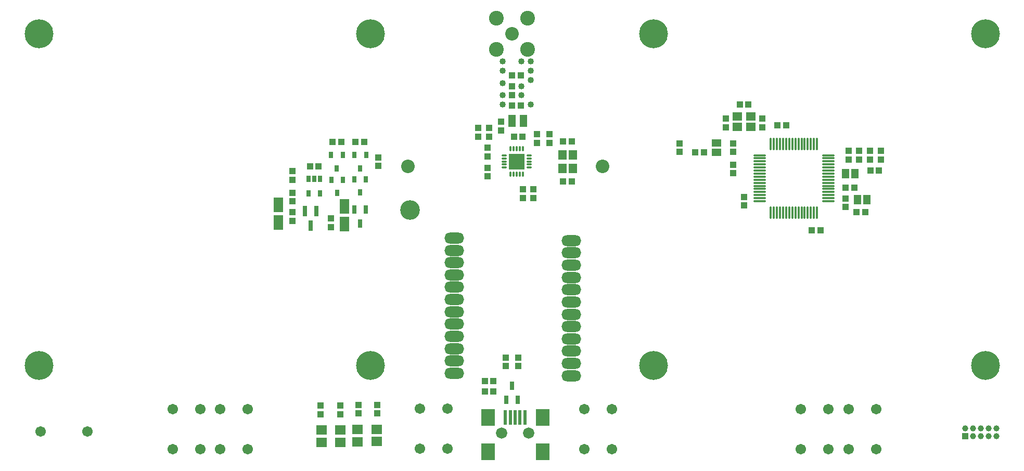
<source format=gts>
G04 Layer_Color=8388736*
%FSLAX24Y24*%
%MOIN*%
G70*
G01*
G75*
%ADD22O,0.0827X0.0118*%
%ADD23O,0.0118X0.0827*%
%ADD27R,0.0200X0.0940*%
%ADD35R,0.0394X0.0394*%
%ADD36C,0.0394*%
%ADD51R,0.0395X0.0434*%
%ADD52R,0.0631X0.0513*%
%ADD53R,0.0434X0.0395*%
%ADD54R,0.0316X0.0533*%
%ADD55R,0.0552X0.0631*%
%ADD56R,0.0514X0.0258*%
%ADD57R,0.0513X0.0631*%
%ADD58R,0.0316X0.0415*%
%ADD59R,0.0316X0.0651*%
%ADD60R,0.0671X0.0631*%
%ADD61R,0.0612X0.0926*%
%ADD62R,0.0296X0.0394*%
%ADD63R,0.0985X0.0985*%
%ADD64O,0.0394X0.0119*%
%ADD65O,0.0119X0.0394*%
%ADD66R,0.0870X0.1060*%
%ADD67R,0.0631X0.0552*%
%ADD68C,0.0671*%
%ADD69O,0.1261X0.0710*%
%ADD70C,0.0867*%
%ADD71C,0.0946*%
%ADD72C,0.0720*%
%ADD73C,0.1261*%
%ADD74C,0.1852*%
%ADD75C,0.0400*%
D22*
X11205Y-10726D02*
D03*
Y-10530D02*
D03*
Y-10333D02*
D03*
Y-10136D02*
D03*
Y-9545D02*
D03*
Y-9348D02*
D03*
Y-9152D02*
D03*
Y-8955D02*
D03*
Y-8758D02*
D03*
Y-8561D02*
D03*
Y-8364D02*
D03*
Y-8167D02*
D03*
Y-7970D02*
D03*
Y-7774D02*
D03*
X6795D02*
D03*
Y-7970D02*
D03*
Y-8167D02*
D03*
Y-8364D02*
D03*
Y-8561D02*
D03*
Y-8758D02*
D03*
Y-8955D02*
D03*
Y-9152D02*
D03*
Y-9348D02*
D03*
Y-9545D02*
D03*
Y-9742D02*
D03*
Y-9939D02*
D03*
Y-10136D02*
D03*
Y-10333D02*
D03*
Y-10530D02*
D03*
Y-10726D02*
D03*
X11205Y-9939D02*
D03*
Y-9742D02*
D03*
D23*
X10476Y-7045D02*
D03*
X10280D02*
D03*
X10083D02*
D03*
X9886D02*
D03*
X9689D02*
D03*
X9492D02*
D03*
X9295D02*
D03*
X9098D02*
D03*
X8902D02*
D03*
X8705D02*
D03*
X8508D02*
D03*
X8311D02*
D03*
X8114D02*
D03*
X7917D02*
D03*
X7720D02*
D03*
X7524D02*
D03*
Y-11455D02*
D03*
X7720D02*
D03*
X7917D02*
D03*
X8114D02*
D03*
X8311D02*
D03*
X8508D02*
D03*
X8705D02*
D03*
X8902D02*
D03*
X9098D02*
D03*
X9295D02*
D03*
X9492D02*
D03*
X9689D02*
D03*
X9886D02*
D03*
X10083D02*
D03*
X10280D02*
D03*
X10476D02*
D03*
D27*
X-9478Y-24584D02*
D03*
X-9168D02*
D03*
X-8858D02*
D03*
X-8548D02*
D03*
X-8238D02*
D03*
D35*
X19980Y-25787D02*
D03*
D36*
Y-25287D02*
D03*
X20480Y-25787D02*
D03*
Y-25287D02*
D03*
X20980Y-25787D02*
D03*
Y-25287D02*
D03*
X21480Y-25787D02*
D03*
Y-25287D02*
D03*
X21980Y-25787D02*
D03*
Y-25287D02*
D03*
D51*
X2677Y-7579D02*
D03*
X3228D02*
D03*
X13012Y-11417D02*
D03*
X13563D02*
D03*
X-9055Y-2657D02*
D03*
X-8504D02*
D03*
X-8380Y-6601D02*
D03*
X-8931D02*
D03*
X10709Y-12598D02*
D03*
X10157D02*
D03*
X-5781Y-6896D02*
D03*
X-5230D02*
D03*
X-5230Y-9456D02*
D03*
X-5781D02*
D03*
X-9055Y-4606D02*
D03*
X-8504D02*
D03*
X-22008Y-8484D02*
D03*
X-21457D02*
D03*
X-10807Y-22244D02*
D03*
X-10256D02*
D03*
X12323Y-9843D02*
D03*
X12874D02*
D03*
X7953Y-5866D02*
D03*
X8504D02*
D03*
X14449Y-8760D02*
D03*
X13898D02*
D03*
X-19075Y-6909D02*
D03*
X-18524D02*
D03*
X-20551D02*
D03*
X-20000D02*
D03*
X6083Y-4528D02*
D03*
X5531D02*
D03*
X-10807Y-22933D02*
D03*
X-10256D02*
D03*
D52*
X4035Y-6988D02*
D03*
Y-7579D02*
D03*
D53*
X1673Y-7008D02*
D03*
Y-7559D02*
D03*
X-10630Y-7303D02*
D03*
Y-7854D02*
D03*
X-9055Y-3917D02*
D03*
Y-3366D02*
D03*
X-10630Y-9134D02*
D03*
Y-8583D02*
D03*
X-7677Y-10512D02*
D03*
Y-9961D02*
D03*
X-8366Y-10512D02*
D03*
Y-9961D02*
D03*
X-6666Y-6429D02*
D03*
Y-6980D02*
D03*
X-7474Y-6424D02*
D03*
Y-6975D02*
D03*
X-10531Y-6024D02*
D03*
Y-6575D02*
D03*
X-11220Y-6024D02*
D03*
Y-6575D02*
D03*
X-9744Y-6181D02*
D03*
Y-5630D02*
D03*
X-23110Y-8799D02*
D03*
Y-9350D02*
D03*
X-20669Y-12382D02*
D03*
Y-11831D02*
D03*
X-23130Y-11988D02*
D03*
Y-11437D02*
D03*
X-17618Y-8465D02*
D03*
Y-7913D02*
D03*
X5118Y-8937D02*
D03*
Y-8386D02*
D03*
X12500Y-7500D02*
D03*
Y-8051D02*
D03*
X12303Y-10551D02*
D03*
Y-11102D02*
D03*
X6988Y-5984D02*
D03*
Y-5433D02*
D03*
X4626Y-5433D02*
D03*
Y-5984D02*
D03*
X13189Y-7500D02*
D03*
Y-8051D02*
D03*
X5807Y-11004D02*
D03*
Y-10453D02*
D03*
X13878Y-7500D02*
D03*
Y-8051D02*
D03*
X14567Y-7500D02*
D03*
Y-8051D02*
D03*
X-23110Y-10728D02*
D03*
Y-10177D02*
D03*
X-8663Y-21305D02*
D03*
Y-20754D02*
D03*
X-21329Y-24382D02*
D03*
Y-23831D02*
D03*
X-20049Y-24382D02*
D03*
Y-23831D02*
D03*
X-18894Y-24339D02*
D03*
Y-23787D02*
D03*
X-17687Y-24329D02*
D03*
Y-23778D02*
D03*
X-9451Y-21305D02*
D03*
Y-20754D02*
D03*
X5118Y-7559D02*
D03*
Y-7008D02*
D03*
D54*
X-18799Y-12156D02*
D03*
X-19173Y-11270D02*
D03*
X-18425D02*
D03*
X-9057Y-22555D02*
D03*
X-8683Y-23441D02*
D03*
X-9431D02*
D03*
D55*
X-5840Y-8609D02*
D03*
Y-7743D02*
D03*
X-5171D02*
D03*
Y-8609D02*
D03*
D56*
X-8340Y-5322D02*
D03*
Y-5578D02*
D03*
Y-5833D02*
D03*
X-9049D02*
D03*
Y-5578D02*
D03*
Y-5322D02*
D03*
D57*
X12303Y-8957D02*
D03*
X12894D02*
D03*
X13091Y-10630D02*
D03*
X13681D02*
D03*
D58*
X-18780Y-8612D02*
D03*
X-19154Y-7766D02*
D03*
X-18406D02*
D03*
X-20276Y-8612D02*
D03*
X-20650Y-7766D02*
D03*
X-19902D02*
D03*
X-20256Y-10187D02*
D03*
X-20630Y-9341D02*
D03*
X-19882D02*
D03*
X-18799Y-10167D02*
D03*
X-19173Y-9321D02*
D03*
X-18425D02*
D03*
D59*
X-21949Y-12274D02*
D03*
X-22323Y-11348D02*
D03*
X-21575D02*
D03*
D60*
X-21253Y-25400D02*
D03*
Y-26187D02*
D03*
X-20057Y-25400D02*
D03*
Y-26187D02*
D03*
X-18947Y-25356D02*
D03*
Y-26144D02*
D03*
X-17724Y-25346D02*
D03*
Y-26134D02*
D03*
D61*
X-19783Y-11043D02*
D03*
Y-12185D02*
D03*
X-24016Y-10945D02*
D03*
Y-12087D02*
D03*
D62*
X-21358Y-9291D02*
D03*
X-21732D02*
D03*
X-22106D02*
D03*
Y-10236D02*
D03*
X-21358D02*
D03*
D63*
X-8754Y-8176D02*
D03*
D64*
X-9561Y-8570D02*
D03*
Y-8373D02*
D03*
Y-8176D02*
D03*
Y-7979D02*
D03*
Y-7782D02*
D03*
X-7947D02*
D03*
Y-7979D02*
D03*
Y-8176D02*
D03*
Y-8373D02*
D03*
Y-8570D02*
D03*
D65*
X-9147Y-7369D02*
D03*
X-8951D02*
D03*
X-8754D02*
D03*
X-8557D02*
D03*
X-8360D02*
D03*
Y-8983D02*
D03*
X-8557D02*
D03*
X-8754D02*
D03*
X-8951D02*
D03*
X-9147D02*
D03*
D66*
X-10608Y-24604D02*
D03*
X-7108Y-26774D02*
D03*
X-10608D02*
D03*
X-7108Y-24604D02*
D03*
D67*
X6240Y-5945D02*
D03*
X5374D02*
D03*
Y-5276D02*
D03*
X6240D02*
D03*
D68*
X-30807Y-26614D02*
D03*
Y-24055D02*
D03*
X-29035Y-26614D02*
D03*
Y-24055D02*
D03*
X9449Y-26614D02*
D03*
Y-24055D02*
D03*
X11220Y-26614D02*
D03*
Y-24055D02*
D03*
X-14961Y-26576D02*
D03*
Y-24017D02*
D03*
X-13189Y-26576D02*
D03*
Y-24017D02*
D03*
X-27756Y-26614D02*
D03*
Y-24055D02*
D03*
X-25984Y-26614D02*
D03*
Y-24055D02*
D03*
X12500Y-26614D02*
D03*
Y-24055D02*
D03*
X14272Y-26614D02*
D03*
Y-24055D02*
D03*
X-4429Y-26614D02*
D03*
Y-24055D02*
D03*
X-2657Y-26614D02*
D03*
Y-24055D02*
D03*
X-39250Y-25500D02*
D03*
X-36250D02*
D03*
D69*
X-12750Y-13089D02*
D03*
Y-13876D02*
D03*
Y-14663D02*
D03*
Y-15451D02*
D03*
Y-16238D02*
D03*
Y-17026D02*
D03*
Y-17813D02*
D03*
Y-18600D02*
D03*
Y-19388D02*
D03*
Y-20175D02*
D03*
Y-20963D02*
D03*
Y-21750D02*
D03*
X-5250Y-21911D02*
D03*
Y-21124D02*
D03*
Y-20337D02*
D03*
Y-19549D02*
D03*
Y-18762D02*
D03*
Y-17974D02*
D03*
Y-17187D02*
D03*
Y-16400D02*
D03*
Y-15612D02*
D03*
Y-14825D02*
D03*
Y-14037D02*
D03*
Y-13250D02*
D03*
D70*
X-9055Y0D02*
D03*
X-15730Y-8500D02*
D03*
X-3250D02*
D03*
D71*
X-10055Y1000D02*
D03*
X-8055D02*
D03*
Y-1000D02*
D03*
X-10055D02*
D03*
D72*
X-9718Y-25594D02*
D03*
X-7998D02*
D03*
D73*
X-15608Y-11299D02*
D03*
D74*
X-18110Y-21260D02*
D03*
X-39370D02*
D03*
X-18110Y0D02*
D03*
X-39370D02*
D03*
X0D02*
D03*
X21260D02*
D03*
X0Y-21260D02*
D03*
X21260D02*
D03*
D75*
X-7874Y-4528D02*
D03*
X-8465Y-3937D02*
D03*
Y-3346D02*
D03*
X-7874Y-2953D02*
D03*
Y-2362D02*
D03*
Y-1772D02*
D03*
X-8465D02*
D03*
X-9646D02*
D03*
Y-2362D02*
D03*
Y-3150D02*
D03*
Y-3937D02*
D03*
Y-4528D02*
D03*
M02*

</source>
